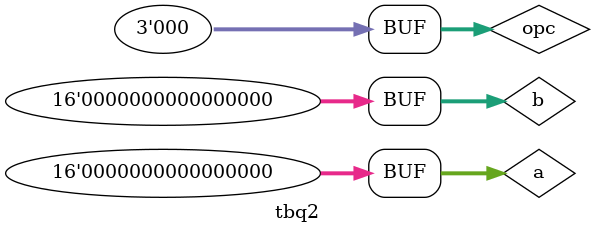
<source format=v>
`timescale 1ns/1ns

module tbq2();
    reg [15:0] a,b;
    reg cin;
    reg [2:0] opc = 3'b0;
    wire [15:0] w, wsy;
    wire zer, zersy, neg, negsy;

    q2 my_ALU (.w(w), .zer(zer), .neg(neg), .opc(opc), .ina(a), .inb(b), .inc(cin));
    syq2 my_syALU (.w(wsy), .zer(zersy), .neg(negsy), .opc(opc), .ina(a), .inb(b), .inc(cin));

    initial {a, b, cin} = $random;
    initial repeat (20) #1000 {a, b, cin} = $random;
    initial repeat (20) #1000 opc = opc + 3'b001;
endmodule
</source>
